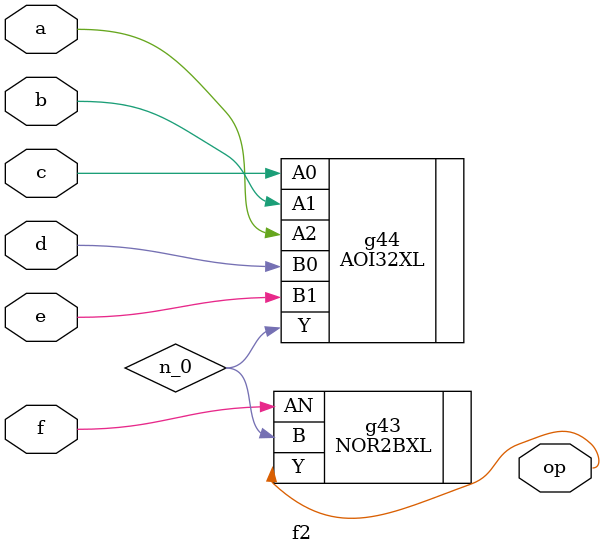
<source format=v>


// Verification Directory fv/f2 

module f2(a, b, c, d, e, f, op);
  input a, b, c, d, e, f;
  output op;
  wire a, b, c, d, e, f;
  wire op;
  wire n_0;
  NOR2BXL g43(.AN (f), .B (n_0), .Y (op));
  AOI32XL g44(.A0 (c), .A1 (b), .A2 (a), .B0 (d), .B1 (e), .Y (n_0));
endmodule


</source>
